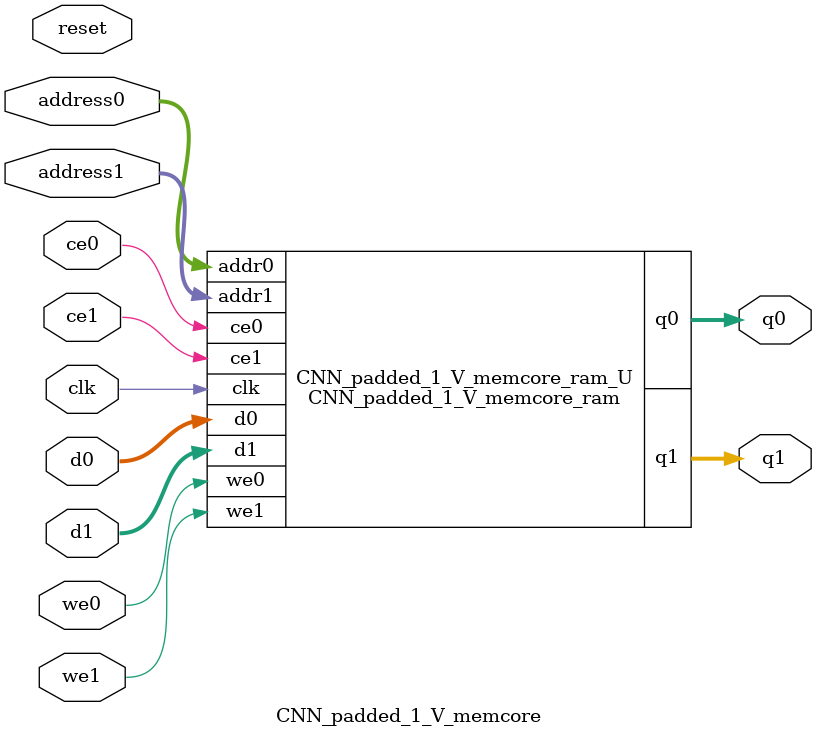
<source format=v>

`timescale 1 ns / 1 ps
module CNN_padded_1_V_memcore_ram (addr0, ce0, d0, we0, q0, addr1, ce1, d1, we1, q1,  clk);

parameter DWIDTH = 18;
parameter AWIDTH = 5;
parameter MEM_SIZE = 30;

input[AWIDTH-1:0] addr0;
input ce0;
input[DWIDTH-1:0] d0;
input we0;
output reg[DWIDTH-1:0] q0;
input[AWIDTH-1:0] addr1;
input ce1;
input[DWIDTH-1:0] d1;
input we1;
output reg[DWIDTH-1:0] q1;
input clk;

(* ram_style = "block" *)reg [DWIDTH-1:0] ram[0:MEM_SIZE-1];




always @(posedge clk)  
begin 
    if (ce0) 
    begin
        if (we0) 
        begin 
            ram[addr0] <= d0; 
            q0 <= d0;
        end 
        else 
            q0 <= ram[addr0];
    end
end


always @(posedge clk)  
begin 
    if (ce1) 
    begin
        if (we1) 
        begin 
            ram[addr1] <= d1; 
            q1 <= d1;
        end 
        else 
            q1 <= ram[addr1];
    end
end


endmodule


`timescale 1 ns / 1 ps
module CNN_padded_1_V_memcore(
    reset,
    clk,
    address0,
    ce0,
    we0,
    d0,
    q0,
    address1,
    ce1,
    we1,
    d1,
    q1);

parameter DataWidth = 32'd18;
parameter AddressRange = 32'd30;
parameter AddressWidth = 32'd5;
input reset;
input clk;
input[AddressWidth - 1:0] address0;
input ce0;
input we0;
input[DataWidth - 1:0] d0;
output[DataWidth - 1:0] q0;
input[AddressWidth - 1:0] address1;
input ce1;
input we1;
input[DataWidth - 1:0] d1;
output[DataWidth - 1:0] q1;



CNN_padded_1_V_memcore_ram CNN_padded_1_V_memcore_ram_U(
    .clk( clk ),
    .addr0( address0 ),
    .ce0( ce0 ),
    .we0( we0 ),
    .d0( d0 ),
    .q0( q0 ),
    .addr1( address1 ),
    .ce1( ce1 ),
    .we1( we1 ),
    .d1( d1 ),
    .q1( q1 ));

endmodule


</source>
